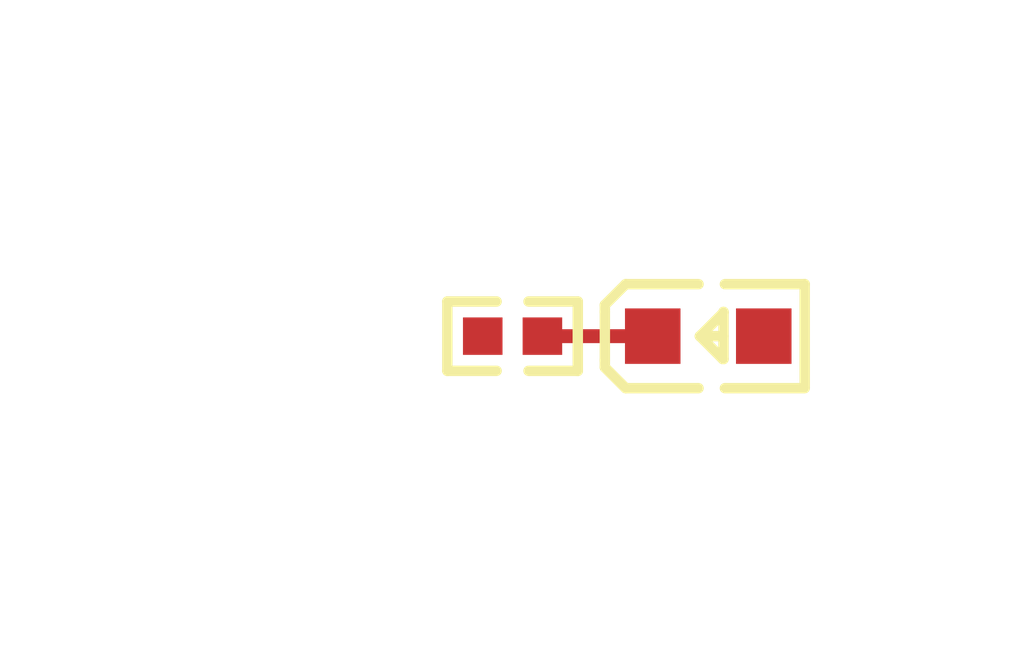
<source format=kicad_pcb>
(kicad_pcb (version 20241229) (generator "pcbnew") (generator_version "9.0")
  (layers (0 "F.Cu" signal) (2 "B.Cu" signal) (13 "F.Paste" user) (15 "B.Paste" user) (5 "F.SilkS" user "F.Silkscreen") (7 "B.SilkS" user "B.Silkscreen") (1 "F.Mask" user) (3 "B.Mask" user) (25 "Edge.Cuts" user))
  (net 0 "")
  (net 1 "cathode")
  (net 2 "anode")
  (net 3 "gnd")
  (footprint "UNI_ROYAL_0402WGF1002TCE:R0402" (layer "F.Cu") (at -2.82 0 180)
    (property "Reference" "R1" (hide yes))
    (property "Value" "10kΩ ±1% 62.5mW")
    (fp_line (start 0.94 0.5) (end 0.94 -0.5) (stroke (width 0.15)) (layer "F.SilkS"))
    (fp_line (start 0.94 -0.5) (end 0.23 -0.5) (stroke (width 0.15)) (layer "F.SilkS"))
    (fp_line (start 0.23 0.5) (end 0.94 0.5) (stroke (width 0.15)) (layer "F.SilkS"))
    (fp_line (start -0.23 0.5) (end -0.94 0.5) (stroke (width 0.15)) (layer "F.SilkS"))
    (fp_line (start -0.94 0.5) (end -0.94 -0.5) (stroke (width 0.15)) (layer "F.SilkS"))
    (fp_line (start -0.94 -0.5) (end -0.23 -0.5) (stroke (width 0.15)) (layer "F.SilkS"))
    (pad "1" smd rect (at -0.43 0 180) (size 0.57 0.54) (layers "F.Cu" "F.Mask" "F.Paste") (net 1 "cathode"))
    (pad "2" smd rect (at 0.43 0 180) (size 0.57 0.54) (layers "F.Cu" "F.Mask" "F.Paste") (net 3 "gnd"))
  )
  (footprint "Hubei_KENTO_Elec_KT_0603YG:LED0603-RD" (layer "F.Cu") (at 0 0 0)
    (property "Reference" "U1" (hide yes))
    (property "Value" "2.1V")
    (fp_line (start 0.22 0.33) (end 0.21 0.33) (stroke (width 0.15)) (layer "F.SilkS"))
    (fp_line (start 0.21 0.33) (end -0.12 0) (stroke (width 0.15)) (layer "F.SilkS"))
    (fp_line (start 0.22 -0.35) (end 0.22 -0.34) (stroke (width 0.15)) (layer "F.SilkS"))
    (fp_line (start 0.22 -0.34) (end -0.12 0) (stroke (width 0.15)) (layer "F.SilkS"))
    (fp_line (start 0.22 -0.35) (end 0.22 0.33) (stroke (width 0.15)) (layer "F.SilkS"))
    (fp_line (start 0.24 -0.75) (end 1.39 -0.75) (stroke (width 0.15)) (layer "F.SilkS"))
    (fp_line (start 0.24 0.75) (end 1.39 0.75) (stroke (width 0.15)) (layer "F.SilkS"))
    (fp_line (start 1.39 -0.75) (end 1.39 0.73) (stroke (width 0.15)) (layer "F.SilkS"))
    (fp_line (start -0.14 0.75) (end -1.19 0.75) (stroke (width 0.15)) (layer "F.SilkS"))
    (fp_line (start -1.49 0.35) (end -1.49 0.45) (stroke (width 0.15)) (layer "F.SilkS"))
    (fp_line (start -1.49 0.45) (end -1.19 0.75) (stroke (width 0.15)) (layer "F.SilkS"))
    (fp_line (start -1.49 -0.35) (end -1.49 0.35) (stroke (width 0.15)) (layer "F.SilkS"))
    (fp_line (start -1.49 -0.35) (end -1.49 -0.45) (stroke (width 0.15)) (layer "F.SilkS"))
    (fp_line (start -1.49 -0.45) (end -1.19 -0.75) (stroke (width 0.15)) (layer "F.SilkS"))
    (fp_line (start -0.14 -0.75) (end -1.19 -0.75) (stroke (width 0.15)) (layer "F.SilkS"))
    (fp_line (start 0.22 0) (end -0.12 0) (stroke (width 0.15)) (layer "F.SilkS"))
    (pad "2" smd rect (at 0.8 0 90) (size 0.8 0.8) (layers "F.Cu" "F.Paste" "F.Mask") (net 2 "anode"))
    (pad "1" smd rect (at -0.8 0 90) (size 0.8 0.8) (layers "F.Cu" "F.Paste" "F.Mask") (net 1 "cathode"))
  )
  (segment (start -2.39 0) (end -0.8 0) (width 0.2) (net 1) (layer "F.Cu"))
)
</source>
